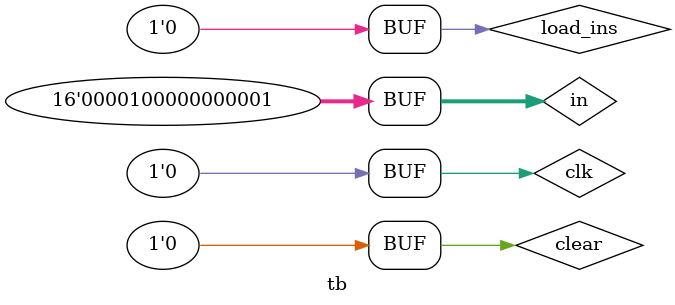
<source format=sv>
`timescale 1ns / 1ps

module tb();
logic execute, isexternal, load_ins, load_reg, clear, clk; 
logic[15:0] in = 16'b0000_1000_0000_0001;
logic[5:0] state;
logic[6:0] ssd;
processor dut(in, execute, isexternal, load_ins, load_reg, clear, clk, ssd, state);

initial begin
clear = 1; #10;
clear = 0; #10;
load_ins = 1; #10;
load_ins = 0; #30;
load_ins = 1; #10;
load_ins = 0; #10;
end

always begin
clk = 1; #10;
clk = 0; #10; 
end

endmodule

</source>
